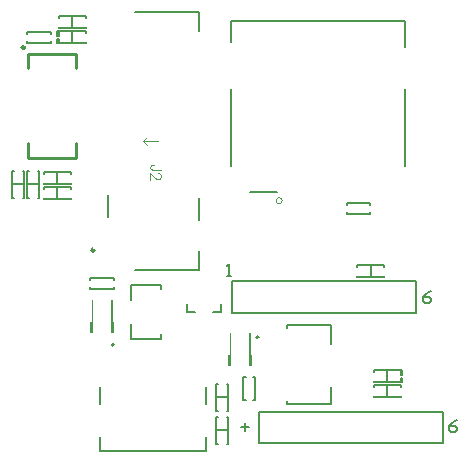
<source format=gto>
G04*
G04 #@! TF.GenerationSoftware,Altium Limited,Altium Designer,22.7.1 (60)*
G04*
G04 Layer_Color=65535*
%FSLAX44Y44*%
%MOMM*%
G71*
G04*
G04 #@! TF.SameCoordinates,685117A2-6A88-48EB-B9DE-98E527D6E63A*
G04*
G04*
G04 #@! TF.FilePolarity,Positive*
G04*
G01*
G75*
%ADD10C,0.2000*%
%ADD11C,0.2540*%
%ADD12C,0.0000*%
%ADD13C,0.2400*%
%ADD14C,0.1270*%
%ADD15C,0.1524*%
%ADD16C,0.2032*%
%ADD17C,0.1254*%
%ADD18C,0.1500*%
%ADD19C,0.0889*%
G36*
X70866Y130810D02*
Y102870D01*
X68834D01*
Y111760D01*
X69850D01*
Y130810D01*
X70866D01*
D02*
G37*
G36*
X87630D02*
Y111760D01*
X88646D01*
Y102870D01*
X86614D01*
Y130810D01*
X87630D01*
D02*
G37*
G36*
X204470Y102870D02*
Y83820D01*
X205486D01*
Y74930D01*
X203454D01*
Y102870D01*
X204470D01*
D02*
G37*
G36*
X187706D02*
Y74930D01*
X185674D01*
Y83820D01*
X186690D01*
Y102870D01*
X187706D01*
D02*
G37*
D10*
X211270Y99100D02*
G03*
X211270Y99100I-1000J0D01*
G01*
X88920Y92750D02*
G03*
X88920Y92750I-1000J0D01*
G01*
X367260Y9410D02*
Y36310D01*
X211860D02*
X367260D01*
X211860Y9410D02*
Y36310D01*
Y9410D02*
X367260D01*
X189000Y119900D02*
X344400D01*
X189000D02*
Y146800D01*
X344400D01*
Y119900D02*
Y146800D01*
X172400Y120500D02*
X179700D01*
Y127000D01*
X150500Y120500D02*
X157800D01*
X150500D02*
Y127000D01*
D11*
X13462Y344582D02*
G03*
X13462Y344582I-1270J0D01*
G01*
X16322Y251402D02*
Y263402D01*
Y251402D02*
X56322D01*
Y327402D02*
Y339402D01*
X16322Y327402D02*
Y339402D01*
X56322D01*
X56322Y251402D02*
Y263402D01*
D12*
X231203Y214795D02*
G03*
X231203Y214795I-2540J0D01*
G01*
D13*
X72090Y172930D02*
G03*
X72090Y172930I-1200J0D01*
G01*
D14*
X235400Y109800D02*
X272600D01*
X235400Y42600D02*
X272600D01*
X235400Y107200D02*
Y109800D01*
Y42600D02*
Y45100D01*
X272600Y42600D02*
Y57500D01*
Y93800D02*
Y109800D01*
X77220Y2750D02*
Y15050D01*
Y2750D02*
X166620D01*
Y15050D01*
Y42450D02*
Y56850D01*
X77220Y42450D02*
Y56850D01*
X106890Y155930D02*
X160890D01*
Y171930D01*
Y198930D02*
Y216930D01*
Y358930D02*
Y374930D01*
X106890D02*
X160890D01*
X83390Y201430D02*
Y219430D01*
D15*
X128270Y139700D02*
Y143510D01*
Y97790D02*
Y101600D01*
X102870Y97790D02*
Y110490D01*
Y130810D02*
Y143510D01*
X128270D01*
X102870Y97790D02*
X128270D01*
X378881Y29207D02*
X375496Y27514D01*
X372110Y24128D01*
Y20743D01*
X373803Y19050D01*
X377188D01*
X378881Y20743D01*
Y22436D01*
X377188Y24128D01*
X372110D01*
X203200Y22862D02*
X196429D01*
X199814Y19476D02*
Y26247D01*
X184150Y151130D02*
X187536D01*
X185843D01*
Y161287D01*
X184150Y159594D01*
X357291Y138427D02*
X353906Y136734D01*
X350520Y133348D01*
Y129963D01*
X352213Y128270D01*
X355598D01*
X357291Y129963D01*
Y131656D01*
X355598Y133348D01*
X350520D01*
D16*
X335620Y244640D02*
Y309640D01*
X335610Y367140D02*
X335620Y344640D01*
X187630Y367267D02*
X335610Y367140D01*
X187620Y349640D02*
X187630Y367267D01*
X187620Y244640D02*
Y309640D01*
X204240Y222140D02*
X226620D01*
D17*
X113390Y265430D02*
X125890D01*
X113390D02*
X117140Y261680D01*
X113390Y265430D02*
X117140Y269180D01*
D18*
X53340Y347980D02*
Y358140D01*
X64770Y347980D02*
Y349250D01*
X41910Y347980D02*
X64770D01*
X41910D02*
Y351790D01*
Y354330D02*
Y358140D01*
X64770D01*
Y356870D02*
Y358140D01*
X40640Y347980D02*
X41910D01*
X40640D02*
Y351790D01*
X41910D01*
X40640Y358140D02*
X41910D01*
X40640Y354330D02*
Y358140D01*
Y354330D02*
X41910D01*
Y360680D02*
Y361950D01*
Y360680D02*
X64770D01*
Y361950D01*
Y369570D02*
Y370840D01*
X41910D02*
X64770D01*
X41910Y369570D02*
Y370840D01*
X53340Y360680D02*
Y370840D01*
X320040Y60960D02*
Y71120D01*
X308610Y69850D02*
Y71120D01*
X331470D01*
Y67310D02*
Y71120D01*
Y60960D02*
Y64770D01*
X308610Y60960D02*
X331470D01*
X308610D02*
Y62230D01*
X331470Y71120D02*
X332740D01*
Y67310D02*
Y71120D01*
X331470Y67310D02*
X332740D01*
X331470Y60960D02*
X332740D01*
Y64770D01*
X331470D02*
X332740D01*
X331470Y57150D02*
Y58420D01*
X308610D02*
X331470D01*
X308610Y57150D02*
Y58420D01*
Y48260D02*
Y49530D01*
Y48260D02*
X331470D01*
Y49530D01*
X320040Y48260D02*
Y58420D01*
X198200Y65880D02*
X200200D01*
X198200Y45880D02*
Y65880D01*
Y45880D02*
X200200D01*
X206200D02*
X208200D01*
Y65880D01*
X206200D02*
X208200D01*
X88740Y147780D02*
Y149780D01*
X68740D02*
X88740D01*
X68740Y147780D02*
Y149780D01*
Y139780D02*
Y141780D01*
Y139780D02*
X88740D01*
Y141780D01*
X294640Y149860D02*
Y151130D01*
Y149860D02*
X317500D01*
Y151130D01*
Y158750D02*
Y160020D01*
X294640D02*
X317500D01*
X294640Y158750D02*
Y160020D01*
X306070Y149860D02*
Y160020D01*
X29210Y215900D02*
Y217170D01*
Y215900D02*
X52070D01*
Y217170D01*
Y224790D02*
Y226060D01*
X29210D02*
X52070D01*
X29210Y224790D02*
Y226060D01*
X40640Y215900D02*
Y226060D01*
X11430Y217170D02*
X12700D01*
Y240030D01*
X11430D02*
X12700D01*
X2540D02*
X3810D01*
X2540Y217170D02*
Y240030D01*
Y217170D02*
X3810D01*
X2540Y228600D02*
X12700D01*
X29210D02*
Y229870D01*
Y228600D02*
X52070D01*
Y229870D01*
Y237490D02*
Y238760D01*
X29210D02*
X52070D01*
X29210Y237490D02*
Y238760D01*
X40640Y228600D02*
Y238760D01*
X24130Y217170D02*
X25400D01*
Y240030D01*
X24130D02*
X25400D01*
X15240D02*
X16510D01*
X15240Y217170D02*
Y240030D01*
Y217170D02*
X16510D01*
X15240Y228600D02*
X25400D01*
X15400Y348060D02*
Y350060D01*
Y348060D02*
X35400D01*
Y350060D01*
Y356060D02*
Y358060D01*
X15400D02*
X35400D01*
X15400Y356060D02*
Y358060D01*
X285910Y203280D02*
Y205280D01*
Y203280D02*
X305910D01*
Y205280D01*
Y211280D02*
Y213280D01*
X285910D02*
X305910D01*
X285910Y211280D02*
Y213280D01*
X184150Y36830D02*
X185420D01*
Y59690D01*
X184150D02*
X185420D01*
X175260D02*
X176530D01*
X175260Y36830D02*
Y59690D01*
Y36830D02*
X176530D01*
X175260Y48260D02*
X185420D01*
X184150Y8890D02*
X185420D01*
Y31750D01*
X184150D02*
X185420D01*
X175260D02*
X176530D01*
X175260Y8890D02*
Y31750D01*
Y8890D02*
X176530D01*
X175260Y20320D02*
X185420D01*
D19*
X128268Y240878D02*
X121496D01*
X120226Y241301D01*
X119803Y241724D01*
X119380Y242570D01*
Y243417D01*
X119803Y244263D01*
X120226Y244687D01*
X121496Y245110D01*
X122343D01*
X126152Y238169D02*
X126575D01*
X127422Y237746D01*
X127845Y237322D01*
X128268Y236476D01*
Y234783D01*
X127845Y233936D01*
X127422Y233513D01*
X126575Y233090D01*
X125729D01*
X124882Y233513D01*
X123612Y234360D01*
X119380Y238592D01*
Y232667D01*
M02*

</source>
